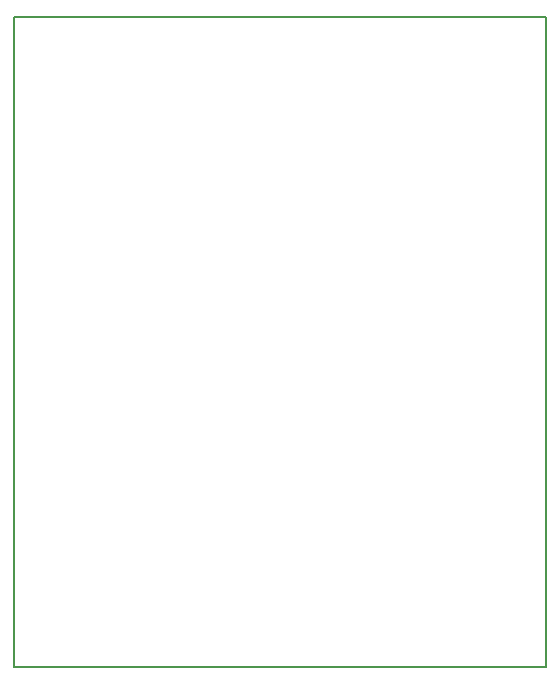
<source format=gbr>
G04 #@! TF.FileFunction,Profile,NP*
%FSLAX46Y46*%
G04 Gerber Fmt 4.6, Leading zero omitted, Abs format (unit mm)*
G04 Created by KiCad (PCBNEW 4.0.6-e0-6349~53~ubuntu16.04.1) date Wed Aug  9 14:44:26 2017*
%MOMM*%
%LPD*%
G01*
G04 APERTURE LIST*
%ADD10C,0.100000*%
%ADD11C,0.150000*%
G04 APERTURE END LIST*
D10*
D11*
X110000000Y-140000000D02*
X110000000Y-85000000D01*
X155000000Y-140000000D02*
X110000000Y-140000000D01*
X155000000Y-85000000D02*
X155000000Y-140000000D01*
X110000000Y-85000000D02*
X155000000Y-85000000D01*
M02*

</source>
